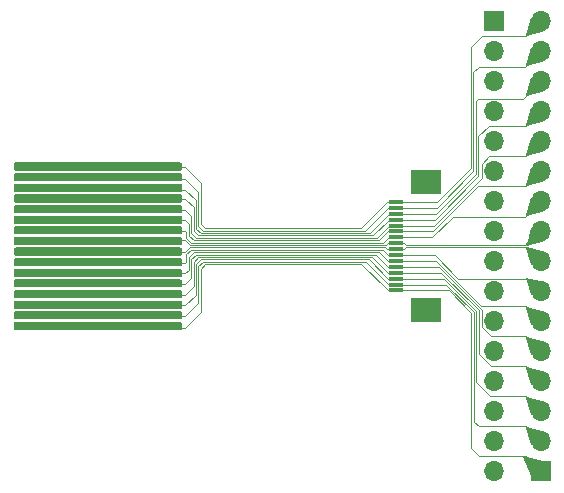
<source format=gbr>
%TF.GenerationSoftware,KiCad,Pcbnew,8.0.8-8.0.8-0~ubuntu24.04.1*%
%TF.CreationDate,2025-02-27T17:22:47+00:00*%
%TF.ProjectId,customSquare16x16mini,63757374-6f6d-4537-9175-617265313678,rev?*%
%TF.SameCoordinates,Original*%
%TF.FileFunction,Copper,L1,Top*%
%TF.FilePolarity,Positive*%
%FSLAX46Y46*%
G04 Gerber Fmt 4.6, Leading zero omitted, Abs format (unit mm)*
G04 Created by KiCad (PCBNEW 8.0.8-8.0.8-0~ubuntu24.04.1) date 2025-02-27 17:22:47*
%MOMM*%
%LPD*%
G01*
G04 APERTURE LIST*
%TA.AperFunction,SMDPad,CuDef*%
%ADD10R,1.250000X0.300000*%
%TD*%
%TA.AperFunction,SMDPad,CuDef*%
%ADD11R,2.500000X2.000000*%
%TD*%
%TA.AperFunction,ComponentPad*%
%ADD12R,1.700000X1.700000*%
%TD*%
%TA.AperFunction,ComponentPad*%
%ADD13O,1.700000X1.700000*%
%TD*%
%TA.AperFunction,Conductor*%
%ADD14C,0.101600*%
%TD*%
G04 APERTURE END LIST*
D10*
%TO.P,FPC2,1,1*%
%TO.N,/ain0*%
X139960000Y-118500000D03*
%TO.P,FPC2,2,2*%
%TO.N,/ain1*%
X139960000Y-118000000D03*
%TO.P,FPC2,3,3*%
%TO.N,/ain2*%
X139960000Y-117500000D03*
%TO.P,FPC2,4,4*%
%TO.N,/ain3*%
X139960000Y-117000000D03*
%TO.P,FPC2,5,5*%
%TO.N,/ain4*%
X139960000Y-116500000D03*
%TO.P,FPC2,6,6*%
%TO.N,/ain5*%
X139960000Y-116000000D03*
%TO.P,FPC2,7,7*%
%TO.N,/ain6*%
X139960000Y-115500000D03*
%TO.P,FPC2,8,8*%
%TO.N,/ain7*%
X139960000Y-115000000D03*
%TO.P,FPC2,9,9*%
%TO.N,/ain8*%
X139960000Y-114500000D03*
%TO.P,FPC2,10,10*%
%TO.N,/ain9*%
X139960000Y-114000000D03*
%TO.P,FPC2,11,11*%
%TO.N,/ain10*%
X139960000Y-113500000D03*
%TO.P,FPC2,12,12*%
%TO.N,/ain11*%
X139960000Y-113000000D03*
%TO.P,FPC2,13,13*%
%TO.N,/ain12*%
X139960000Y-112500000D03*
%TO.P,FPC2,14,14*%
%TO.N,/ain13*%
X139960000Y-112000000D03*
%TO.P,FPC2,15,15*%
%TO.N,/ain14*%
X139960000Y-111500000D03*
%TO.P,FPC2,16,16*%
%TO.N,/ain15*%
X139960000Y-111000000D03*
D11*
%TO.P,FPC2,17,17*%
%TO.N,unconnected-(FPC2-Pad17)*%
X142540000Y-109310000D03*
%TO.P,FPC2,18,18*%
%TO.N,unconnected-(FPC2-Pad18)*%
X142540000Y-120190000D03*
%TD*%
D12*
%TO.P,J1,1,Pin_1*%
%TO.N,/out0*%
X148250000Y-95700000D03*
D13*
%TO.P,J1,2,Pin_2*%
%TO.N,/out1*%
X148250000Y-98240000D03*
%TO.P,J1,3,Pin_3*%
%TO.N,/out2*%
X148250000Y-100780000D03*
%TO.P,J1,4,Pin_4*%
%TO.N,/out3*%
X148250000Y-103320000D03*
%TO.P,J1,5,Pin_5*%
%TO.N,/out4*%
X148250000Y-105860000D03*
%TO.P,J1,6,Pin_6*%
%TO.N,/out5*%
X148250000Y-108400000D03*
%TO.P,J1,7,Pin_7*%
%TO.N,/out6*%
X148250000Y-110940000D03*
%TO.P,J1,8,Pin_8*%
%TO.N,/out7*%
X148250000Y-113480000D03*
%TO.P,J1,9,Pin_9*%
%TO.N,/out8*%
X148250000Y-116020000D03*
%TO.P,J1,10,Pin_10*%
%TO.N,/out9*%
X148250000Y-118560000D03*
%TO.P,J1,11,Pin_11*%
%TO.N,/out10*%
X148250000Y-121100000D03*
%TO.P,J1,12,Pin_12*%
%TO.N,/out11*%
X148250000Y-123640000D03*
%TO.P,J1,13,Pin_13*%
%TO.N,/out12*%
X148250000Y-126180000D03*
%TO.P,J1,14,Pin_14*%
%TO.N,/out13*%
X148250000Y-128720000D03*
%TO.P,J1,15,Pin_15*%
%TO.N,/out14*%
X148250000Y-131260000D03*
%TO.P,J1,16,Pin_16*%
%TO.N,/out15*%
X148250000Y-133800000D03*
%TD*%
D12*
%TO.P,J2,1,Pin_1*%
%TO.N,/ain0*%
X152250000Y-133800000D03*
D13*
%TO.P,J2,2,Pin_2*%
%TO.N,/ain1*%
X152250000Y-131260000D03*
%TO.P,J2,3,Pin_3*%
%TO.N,/ain2*%
X152250000Y-128720000D03*
%TO.P,J2,4,Pin_4*%
%TO.N,/ain3*%
X152250000Y-126180000D03*
%TO.P,J2,5,Pin_5*%
%TO.N,/ain4*%
X152250000Y-123640000D03*
%TO.P,J2,6,Pin_6*%
%TO.N,/ain5*%
X152250000Y-121100000D03*
%TO.P,J2,7,Pin_7*%
%TO.N,/ain6*%
X152250000Y-118560000D03*
%TO.P,J2,8,Pin_8*%
%TO.N,/ain7*%
X152250000Y-116020000D03*
%TO.P,J2,9,Pin_9*%
%TO.N,/ain8*%
X152250000Y-113480000D03*
%TO.P,J2,10,Pin_10*%
%TO.N,/ain9*%
X152250000Y-110940000D03*
%TO.P,J2,11,Pin_11*%
%TO.N,/ain10*%
X152250000Y-108400000D03*
%TO.P,J2,12,Pin_12*%
%TO.N,/ain11*%
X152250000Y-105860000D03*
%TO.P,J2,13,Pin_13*%
%TO.N,/ain12*%
X152250000Y-103320000D03*
%TO.P,J2,14,Pin_14*%
%TO.N,/ain13*%
X152250000Y-100780000D03*
%TO.P,J2,15,Pin_15*%
%TO.N,/ain14*%
X152250000Y-98240000D03*
%TO.P,J2,16,Pin_16*%
%TO.N,/ain15*%
X152250000Y-95700000D03*
%TD*%
D14*
%TO.N,/ain8*%
X140700001Y-114500000D02*
X139960000Y-114500000D01*
X122548401Y-114648400D02*
X122150001Y-114250000D01*
X140850001Y-114650000D02*
X140700001Y-114500000D01*
X122150001Y-114250000D02*
X121550001Y-114250000D01*
X140000000Y-114500000D02*
X139299264Y-114500000D01*
X151080000Y-114650000D02*
X140850001Y-114650000D01*
X139299264Y-114500000D02*
X139150864Y-114648400D01*
X139150864Y-114648400D02*
X122548401Y-114648400D01*
X152250000Y-113480000D02*
X151080000Y-114650000D01*
%TO.N,/ain4*%
X143600001Y-116500000D02*
X139960000Y-116500000D01*
X122653201Y-115850000D02*
X122653201Y-117446800D01*
X152250000Y-123640000D02*
X150960000Y-122350000D01*
X139350736Y-116500000D02*
X138305536Y-115454800D01*
X138305536Y-115454800D02*
X123048401Y-115454800D01*
X150960000Y-122350000D02*
X148015075Y-122350000D01*
X123048401Y-115454800D02*
X122653201Y-115850000D01*
X147249200Y-120149199D02*
X143600001Y-116500000D01*
X122150001Y-117950000D02*
X121550001Y-117950000D01*
X148015075Y-122350000D02*
X147249200Y-121584125D01*
X122653201Y-117446800D02*
X122150001Y-117950000D01*
X147249200Y-121584125D02*
X147249200Y-120149199D01*
X139950000Y-116500000D02*
X139350736Y-116500000D01*
%TO.N,/ain11*%
X147900000Y-107100000D02*
X147249200Y-107750800D01*
X139400736Y-113000000D02*
X138357136Y-114043600D01*
X138357136Y-114043600D02*
X123050001Y-114043600D01*
X123050001Y-114043600D02*
X122653201Y-113646800D01*
X151034925Y-107100000D02*
X147900000Y-107100000D01*
X143197056Y-113000000D02*
X139960000Y-113000000D01*
X140000000Y-113000000D02*
X139400736Y-113000000D01*
X152250000Y-105884925D02*
X151034925Y-107100000D01*
X122653201Y-113646800D02*
X122653201Y-112153200D01*
X147249200Y-107750800D02*
X147249200Y-108947856D01*
X152250000Y-105860000D02*
X152250000Y-105884925D01*
X122653201Y-112153200D02*
X122150001Y-111650000D01*
X147249200Y-108947856D02*
X143197056Y-113000000D01*
X122150001Y-111650000D02*
X121550001Y-111650000D01*
%TO.N,/ain14*%
X122150001Y-109050000D02*
X121550001Y-109050000D01*
X137361200Y-113438800D02*
X123638801Y-113438800D01*
X123638801Y-113438800D02*
X123258001Y-113058000D01*
X123258001Y-113058000D02*
X123258001Y-110158000D01*
X147000000Y-99550000D02*
X146546800Y-100003200D01*
X152250000Y-98240000D02*
X150940000Y-99550000D01*
X150940000Y-99550000D02*
X147000000Y-99550000D01*
X143424264Y-111500000D02*
X139960000Y-111500000D01*
X123258001Y-110158000D02*
X122150001Y-109050000D01*
X146546800Y-100003200D02*
X146546800Y-108377464D01*
X146546800Y-108377464D02*
X143424264Y-111500000D01*
X140000000Y-111500000D02*
X139300000Y-111500000D01*
X139300000Y-111500000D02*
X137361200Y-113438800D01*
%TO.N,/ain12*%
X123242001Y-113842000D02*
X122854801Y-113454800D01*
X146950000Y-105450000D02*
X146950000Y-108822792D01*
X138048000Y-113842000D02*
X123242001Y-113842000D01*
X140000000Y-112500000D02*
X139390000Y-112500000D01*
X147850000Y-104550000D02*
X146950000Y-105450000D01*
X146950000Y-108822792D02*
X143272792Y-112500000D01*
X122157448Y-110750000D02*
X121550001Y-110750000D01*
X151020000Y-104550000D02*
X147850000Y-104550000D01*
X152250000Y-103320000D02*
X151020000Y-104550000D01*
X122854801Y-113454800D02*
X122854801Y-111447353D01*
X143272792Y-112500000D02*
X139960000Y-112500000D01*
X139390000Y-112500000D02*
X138048000Y-113842000D01*
X122854801Y-111447353D02*
X122157448Y-110750000D01*
%TO.N,/ain6*%
X152250000Y-118560000D02*
X151200000Y-117510000D01*
X122150001Y-116150000D02*
X121550001Y-116150000D01*
X145260000Y-117510000D02*
X143250000Y-115500000D01*
X151200000Y-117510000D02*
X145260000Y-117510000D01*
X138876600Y-115051600D02*
X122633507Y-115051600D01*
X143250000Y-115500000D02*
X139960000Y-115500000D01*
X122633507Y-115051600D02*
X122250001Y-115435106D01*
X122250001Y-116050000D02*
X122150001Y-116150000D01*
X139325000Y-115500000D02*
X138876600Y-115051600D01*
X139950000Y-115500000D02*
X139325000Y-115500000D01*
X122250001Y-115435106D02*
X122250001Y-116050000D01*
%TO.N,/ain13*%
X123440401Y-113640400D02*
X123056401Y-113256400D01*
X146748400Y-108600128D02*
X146748400Y-102426600D01*
X146905000Y-102270000D02*
X150760000Y-102270000D01*
X143348528Y-112000000D02*
X146748400Y-108600128D01*
X139390000Y-112000000D02*
X137749600Y-113640400D01*
X146748400Y-102426600D02*
X146905000Y-102270000D01*
X150760000Y-102270000D02*
X152250000Y-100780000D01*
X137749600Y-113640400D02*
X123440401Y-113640400D01*
X123056401Y-110856400D02*
X122150001Y-109950000D01*
X123056401Y-113256400D02*
X123056401Y-110856400D01*
X139960000Y-112000000D02*
X143348528Y-112000000D01*
X122150001Y-109950000D02*
X121550001Y-109950000D01*
X140000000Y-112000000D02*
X139390000Y-112000000D01*
%TO.N,/ain10*%
X138579800Y-114245200D02*
X122850001Y-114245200D01*
X146971320Y-109650000D02*
X143121320Y-113500000D01*
X140000000Y-113500000D02*
X139325000Y-113500000D01*
X122451601Y-112851600D02*
X122150001Y-112550000D01*
X122451601Y-113846800D02*
X122451601Y-112851600D01*
X122850001Y-114245200D02*
X122451601Y-113846800D01*
X139325000Y-113500000D02*
X138579800Y-114245200D01*
X152250000Y-108400000D02*
X151000000Y-109650000D01*
X151000000Y-109650000D02*
X146971320Y-109650000D01*
X143121320Y-113500000D02*
X139960000Y-113500000D01*
X122150001Y-112550000D02*
X121550001Y-112550000D01*
%TO.N,/ain9*%
X138928200Y-114446800D02*
X122646801Y-114446800D01*
X143045584Y-114000000D02*
X139960000Y-114000000D01*
X140000000Y-114000000D02*
X139375000Y-114000000D01*
X122646801Y-114446800D02*
X122250001Y-114050000D01*
X122250001Y-113550000D02*
X122150001Y-113450000D01*
X122150001Y-113450000D02*
X121550001Y-113450000D01*
X150940000Y-112250000D02*
X144795584Y-112250000D01*
X139375000Y-114000000D02*
X138928200Y-114446800D01*
X122250001Y-114050000D02*
X122250001Y-113550000D01*
X144795584Y-112250000D02*
X143045584Y-114000000D01*
X152250000Y-110940000D02*
X150940000Y-112250000D01*
%TO.N,/ain0*%
X137061201Y-116261200D02*
X123848401Y-116261200D01*
X139300001Y-118500000D02*
X137061201Y-116261200D01*
X123459601Y-116650000D02*
X123459601Y-120340400D01*
X122150001Y-121650000D02*
X121550001Y-121650000D01*
X146370200Y-131845200D02*
X146370200Y-120410623D01*
X150975000Y-132525000D02*
X147050000Y-132525000D01*
X123848401Y-116261200D02*
X123459601Y-116650000D01*
X144459577Y-118500000D02*
X139960000Y-118500000D01*
X139950000Y-118500000D02*
X139300001Y-118500000D01*
X147050000Y-132525000D02*
X146370200Y-131845200D01*
X152250000Y-133800000D02*
X150975000Y-132525000D01*
X146370200Y-120410623D02*
X144459577Y-118500000D01*
X123459601Y-120340400D02*
X122150001Y-121650000D01*
%TO.N,/ain1*%
X123648401Y-116059600D02*
X123258001Y-116450000D01*
X139960000Y-118000000D02*
X144244683Y-118000000D01*
X150990000Y-130000000D02*
X152250000Y-131260000D01*
X122150001Y-120650000D02*
X121550001Y-120650000D01*
X123258001Y-119542000D02*
X122150001Y-120650000D01*
X139400001Y-118000000D02*
X137459601Y-116059600D01*
X146975000Y-130000000D02*
X150990000Y-130000000D01*
X146571800Y-120327117D02*
X146571800Y-129596800D01*
X146571800Y-129596800D02*
X146975000Y-130000000D01*
X144244683Y-118000000D02*
X146571800Y-120327117D01*
X123258001Y-116450000D02*
X123258001Y-119542000D01*
X139950000Y-118000000D02*
X139400001Y-118000000D01*
X137459601Y-116059600D02*
X123648401Y-116059600D01*
%TO.N,/ain2*%
X139340000Y-117500000D02*
X137698000Y-115858000D01*
X122150001Y-119750000D02*
X121550001Y-119750000D01*
X146773400Y-126273400D02*
X146773400Y-120243611D01*
X152250000Y-128720000D02*
X151005000Y-127475000D01*
X147975000Y-127475000D02*
X146773400Y-126273400D01*
X151005000Y-127475000D02*
X147975000Y-127475000D01*
X123056401Y-118843600D02*
X122150001Y-119750000D01*
X123448401Y-115858000D02*
X123056401Y-116250000D01*
X123056401Y-116250000D02*
X123056401Y-118843600D01*
X137698000Y-115858000D02*
X123448401Y-115858000D01*
X146773400Y-120243611D02*
X144029789Y-117500000D01*
X139950000Y-117500000D02*
X139340000Y-117500000D01*
X144029789Y-117500000D02*
X139960000Y-117500000D01*
%TO.N,/ain7*%
X139249264Y-115000000D02*
X139099264Y-114850000D01*
X122550001Y-114850000D02*
X122150001Y-115250000D01*
X139950000Y-115000000D02*
X139249264Y-115000000D01*
X140848401Y-114851600D02*
X140700001Y-115000000D01*
X122150001Y-115250000D02*
X121550001Y-115250000D01*
X139099264Y-114850000D02*
X122550001Y-114850000D01*
X151081600Y-114851600D02*
X140848401Y-114851600D01*
X152250000Y-116020000D02*
X151081600Y-114851600D01*
X140700001Y-115000000D02*
X139960000Y-115000000D01*
%TO.N,/ain5*%
X152250000Y-121100000D02*
X150975000Y-119825000D01*
X139950000Y-116000000D02*
X139275000Y-116000000D01*
X143400001Y-116000000D02*
X139960000Y-116000000D01*
X138528200Y-115253200D02*
X122848401Y-115253200D01*
X150975000Y-119825000D02*
X147225001Y-119825000D01*
X122451601Y-116763294D02*
X122164895Y-117050000D01*
X147225001Y-119825000D02*
X143400001Y-116000000D01*
X122164895Y-117050000D02*
X121550001Y-117050000D01*
X139275000Y-116000000D02*
X138528200Y-115253200D01*
X122451601Y-115650000D02*
X122451601Y-116763294D01*
X122848401Y-115253200D02*
X122451601Y-115650000D01*
%TO.N,/ain15*%
X147275000Y-96925000D02*
X151025000Y-96925000D01*
X146345200Y-97854800D02*
X147275000Y-96925000D01*
X123837201Y-113237200D02*
X123459601Y-112859600D01*
X146345200Y-108154800D02*
X146345200Y-97854800D01*
X122150001Y-108050000D02*
X121550001Y-108050000D01*
X151025000Y-96925000D02*
X152250000Y-95700000D01*
X143500000Y-111000000D02*
X146345200Y-108154800D01*
X140000000Y-111000000D02*
X139250000Y-111000000D01*
X123459601Y-109359600D02*
X122150001Y-108050000D01*
X123459601Y-112859600D02*
X123459601Y-109359600D01*
X139960000Y-111000000D02*
X143500000Y-111000000D01*
X139250000Y-111000000D02*
X137012800Y-113237200D01*
X137012800Y-113237200D02*
X123837201Y-113237200D01*
%TO.N,/ain3*%
X123248401Y-115656400D02*
X122854801Y-116050000D01*
X150995000Y-124925000D02*
X148050075Y-124925000D01*
X122854801Y-118145200D02*
X122150001Y-118850000D01*
X143814895Y-117000000D02*
X139960000Y-117000000D01*
X146975000Y-123849925D02*
X146975000Y-120160105D01*
X139340000Y-117000000D02*
X137996400Y-115656400D01*
X152250000Y-126180000D02*
X150995000Y-124925000D01*
X139950000Y-117000000D02*
X139340000Y-117000000D01*
X122854801Y-116050000D02*
X122854801Y-118145200D01*
X122150001Y-118850000D02*
X121550001Y-118850000D01*
X137996400Y-115656400D02*
X123248401Y-115656400D01*
X148050075Y-124925000D02*
X146975000Y-123849925D01*
X146975000Y-120160105D02*
X143814895Y-117000000D01*
%TD*%
%TA.AperFunction,Conductor*%
%TO.N,/ain7*%
G36*
X121793040Y-114875185D02*
G01*
X121838795Y-114927989D01*
X121850001Y-114979500D01*
X121850001Y-115420499D01*
X121830316Y-115487538D01*
X121777512Y-115533293D01*
X121726001Y-115544499D01*
X107774000Y-115544499D01*
X107706961Y-115524814D01*
X107661206Y-115472010D01*
X107650000Y-115420499D01*
X107650000Y-114979500D01*
X107669685Y-114912461D01*
X107722489Y-114866706D01*
X107774000Y-114855500D01*
X121726001Y-114855500D01*
X121793040Y-114875185D01*
G37*
%TD.AperFunction*%
%TD*%
%TA.AperFunction,Conductor*%
%TO.N,/ain1*%
G36*
X121793040Y-120275185D02*
G01*
X121838795Y-120327989D01*
X121850001Y-120379500D01*
X121850001Y-120820500D01*
X121830316Y-120887539D01*
X121777512Y-120933294D01*
X121726001Y-120944500D01*
X107774000Y-120944500D01*
X107706961Y-120924815D01*
X107661206Y-120872011D01*
X107650000Y-120820500D01*
X107650001Y-120379500D01*
X107669686Y-120312460D01*
X107722490Y-120266706D01*
X107774001Y-120255500D01*
X121726001Y-120255500D01*
X121793040Y-120275185D01*
G37*
%TD.AperFunction*%
%TD*%
%TA.AperFunction,Conductor*%
%TO.N,/ain14*%
G36*
X121793041Y-108575185D02*
G01*
X121838796Y-108627989D01*
X121850002Y-108679500D01*
X121850001Y-109120500D01*
X121830316Y-109187540D01*
X121777512Y-109233294D01*
X121726001Y-109244500D01*
X107774000Y-109244500D01*
X107706961Y-109224815D01*
X107661206Y-109172011D01*
X107650000Y-109120500D01*
X107650001Y-108679500D01*
X107669686Y-108612460D01*
X107722490Y-108566706D01*
X107774001Y-108555500D01*
X121726002Y-108555500D01*
X121793041Y-108575185D01*
G37*
%TD.AperFunction*%
%TD*%
%TA.AperFunction,Conductor*%
%TO.N,/ain8*%
G36*
X121793041Y-113975185D02*
G01*
X121838796Y-114027989D01*
X121850002Y-114079500D01*
X121850001Y-114526000D01*
X121830316Y-114593040D01*
X121777512Y-114638794D01*
X121726001Y-114650000D01*
X107774000Y-114650000D01*
X107706961Y-114630315D01*
X107661206Y-114577511D01*
X107650000Y-114526000D01*
X107650001Y-114079500D01*
X107669686Y-114012460D01*
X107722490Y-113966706D01*
X107774001Y-113955500D01*
X121726002Y-113955500D01*
X121793041Y-113975185D01*
G37*
%TD.AperFunction*%
%TD*%
%TA.AperFunction,Conductor*%
%TO.N,/ain2*%
G36*
X121793040Y-119375185D02*
G01*
X121838795Y-119427989D01*
X121850001Y-119479500D01*
X121850001Y-119926000D01*
X121830316Y-119993039D01*
X121777512Y-120038794D01*
X121726001Y-120050000D01*
X107774000Y-120050000D01*
X107706961Y-120030315D01*
X107661206Y-119977511D01*
X107650000Y-119926000D01*
X107650001Y-119479500D01*
X107669686Y-119412460D01*
X107722490Y-119366706D01*
X107774001Y-119355500D01*
X121726001Y-119355500D01*
X121793040Y-119375185D01*
G37*
%TD.AperFunction*%
%TD*%
%TA.AperFunction,Conductor*%
%TO.N,/ain15*%
G36*
X121793040Y-107669686D02*
G01*
X121838795Y-107722490D01*
X121850001Y-107774001D01*
X121850001Y-108226000D01*
X121830316Y-108293039D01*
X121777512Y-108338794D01*
X121726001Y-108350000D01*
X107774001Y-108350000D01*
X107706962Y-108330315D01*
X107661207Y-108277511D01*
X107650001Y-108226000D01*
X107650001Y-107774001D01*
X107669686Y-107706962D01*
X107722490Y-107661207D01*
X107774001Y-107650001D01*
X121726001Y-107650001D01*
X121793040Y-107669686D01*
G37*
%TD.AperFunction*%
%TD*%
%TA.AperFunction,Conductor*%
%TO.N,/ain13*%
G36*
X121793040Y-109469685D02*
G01*
X121838795Y-109522489D01*
X121850001Y-109574000D01*
X121850001Y-110020500D01*
X121830316Y-110087539D01*
X121777512Y-110133294D01*
X121726001Y-110144500D01*
X107774001Y-110144500D01*
X107706962Y-110124815D01*
X107661207Y-110072011D01*
X107650001Y-110020500D01*
X107650000Y-109574000D01*
X107669684Y-109506961D01*
X107722488Y-109461206D01*
X107774000Y-109450000D01*
X121726001Y-109450000D01*
X121793040Y-109469685D01*
G37*
%TD.AperFunction*%
%TD*%
%TA.AperFunction,Conductor*%
%TO.N,/ain5*%
G36*
X121793040Y-116675185D02*
G01*
X121838795Y-116727989D01*
X121850001Y-116779500D01*
X121850001Y-117220500D01*
X121830316Y-117287539D01*
X121777512Y-117333294D01*
X121726001Y-117344500D01*
X107774001Y-117344500D01*
X107706962Y-117324815D01*
X107661207Y-117272011D01*
X107650001Y-117220500D01*
X107650001Y-116779500D01*
X107669686Y-116712461D01*
X107722490Y-116666706D01*
X107774001Y-116655500D01*
X121726001Y-116655500D01*
X121793040Y-116675185D01*
G37*
%TD.AperFunction*%
%TD*%
%TA.AperFunction,Conductor*%
%TO.N,/ain9*%
G36*
X121793040Y-113075185D02*
G01*
X121838795Y-113127989D01*
X121850001Y-113179500D01*
X121850002Y-113626000D01*
X121830318Y-113693039D01*
X121777514Y-113738794D01*
X121726002Y-113750000D01*
X107774001Y-113750000D01*
X107706962Y-113730315D01*
X107661207Y-113677511D01*
X107650001Y-113626000D01*
X107650001Y-113179500D01*
X107669686Y-113112461D01*
X107722490Y-113066706D01*
X107774001Y-113055500D01*
X121726001Y-113055500D01*
X121793040Y-113075185D01*
G37*
%TD.AperFunction*%
%TD*%
%TA.AperFunction,Conductor*%
%TO.N,/ain6*%
G36*
X121793040Y-115769684D02*
G01*
X121838795Y-115822488D01*
X121850001Y-115873999D01*
X121850001Y-116326000D01*
X121830316Y-116393039D01*
X121777512Y-116438794D01*
X121726001Y-116450000D01*
X107774001Y-116450000D01*
X107706962Y-116430315D01*
X107661207Y-116377511D01*
X107650001Y-116326000D01*
X107650000Y-115873999D01*
X107669684Y-115806960D01*
X107722488Y-115761205D01*
X107773999Y-115749999D01*
X121726004Y-115749999D01*
X121793040Y-115769684D01*
G37*
%TD.AperFunction*%
%TD*%
%TA.AperFunction,Conductor*%
%TO.N,/ain10*%
G36*
X121793040Y-112175185D02*
G01*
X121838795Y-112227989D01*
X121850001Y-112279500D01*
X121850001Y-112726000D01*
X121830316Y-112793039D01*
X121777512Y-112838794D01*
X121726001Y-112850000D01*
X107774001Y-112850000D01*
X107706962Y-112830315D01*
X107661207Y-112777511D01*
X107650001Y-112726000D01*
X107650001Y-112279500D01*
X107669686Y-112212461D01*
X107722490Y-112166706D01*
X107774001Y-112155500D01*
X121726001Y-112155500D01*
X121793040Y-112175185D01*
G37*
%TD.AperFunction*%
%TD*%
%TA.AperFunction,Conductor*%
%TO.N,/ain4*%
G36*
X121793040Y-117569685D02*
G01*
X121838795Y-117622489D01*
X121850001Y-117674000D01*
X121850001Y-118120499D01*
X121830316Y-118187538D01*
X121777512Y-118233293D01*
X121726001Y-118244499D01*
X107774001Y-118244499D01*
X107706962Y-118224814D01*
X107661207Y-118172010D01*
X107650001Y-118120499D01*
X107650001Y-117674000D01*
X107669686Y-117606961D01*
X107722490Y-117561206D01*
X107774001Y-117550000D01*
X121726001Y-117550000D01*
X121793040Y-117569685D01*
G37*
%TD.AperFunction*%
%TD*%
%TA.AperFunction,Conductor*%
%TO.N,/ain11*%
G36*
X121793040Y-111275185D02*
G01*
X121838795Y-111327989D01*
X121850001Y-111379500D01*
X121850001Y-111826000D01*
X121830316Y-111893039D01*
X121777512Y-111938794D01*
X121726001Y-111950000D01*
X107774001Y-111950000D01*
X107706962Y-111930315D01*
X107661207Y-111877511D01*
X107650001Y-111826000D01*
X107650001Y-111379500D01*
X107669686Y-111312461D01*
X107722490Y-111266706D01*
X107774001Y-111255500D01*
X121726001Y-111255500D01*
X121793040Y-111275185D01*
G37*
%TD.AperFunction*%
%TD*%
%TA.AperFunction,Conductor*%
%TO.N,/ain12*%
G36*
X121793040Y-110369685D02*
G01*
X121838795Y-110422489D01*
X121850001Y-110474000D01*
X121850001Y-110926000D01*
X121830316Y-110993039D01*
X121777512Y-111038794D01*
X121726001Y-111050000D01*
X107774000Y-111050000D01*
X107706961Y-111030315D01*
X107661206Y-110977511D01*
X107650000Y-110926000D01*
X107650000Y-110474000D01*
X107669685Y-110406961D01*
X107722489Y-110361206D01*
X107774000Y-110350000D01*
X121726001Y-110350000D01*
X121793040Y-110369685D01*
G37*
%TD.AperFunction*%
%TD*%
%TA.AperFunction,Conductor*%
%TO.N,/ain0*%
G36*
X121793040Y-121169685D02*
G01*
X121838795Y-121222489D01*
X121850001Y-121274000D01*
X121850001Y-121726000D01*
X121830316Y-121793039D01*
X121777512Y-121838794D01*
X121726001Y-121850000D01*
X107774001Y-121850000D01*
X107706962Y-121830315D01*
X107661207Y-121777511D01*
X107650001Y-121726000D01*
X107650001Y-121274000D01*
X107669686Y-121206961D01*
X107722490Y-121161206D01*
X107774001Y-121150000D01*
X121726001Y-121150000D01*
X121793040Y-121169685D01*
G37*
%TD.AperFunction*%
%TD*%
%TA.AperFunction,Conductor*%
%TO.N,/ain3*%
G36*
X121793040Y-118469684D02*
G01*
X121838795Y-118522488D01*
X121850001Y-118573999D01*
X121850002Y-119026000D01*
X121830318Y-119093039D01*
X121777514Y-119138794D01*
X121726002Y-119150000D01*
X107774001Y-119150000D01*
X107706962Y-119130315D01*
X107661207Y-119077511D01*
X107650001Y-119026000D01*
X107650001Y-118573999D01*
X107669686Y-118506960D01*
X107722490Y-118461205D01*
X107773996Y-118449999D01*
X121726001Y-118449999D01*
X121793040Y-118469684D01*
G37*
%TD.AperFunction*%
%TD*%
%TA.AperFunction,Conductor*%
%TO.N,/ain8*%
G36*
X151476680Y-113159674D02*
G01*
X152246512Y-113478143D01*
X152252846Y-113484472D01*
X152252853Y-113484488D01*
X152570263Y-114253148D01*
X152570254Y-114262103D01*
X152563915Y-114268428D01*
X152562632Y-114268873D01*
X151049512Y-114696593D01*
X151040618Y-114695546D01*
X151035070Y-114688517D01*
X151034629Y-114685334D01*
X151034629Y-114600906D01*
X151035115Y-114597567D01*
X151133112Y-114268428D01*
X151461001Y-113167148D01*
X151466647Y-113160198D01*
X151475554Y-113159274D01*
X151476680Y-113159674D01*
G37*
%TD.AperFunction*%
%TD*%
%TA.AperFunction,Conductor*%
%TO.N,/ain4*%
G36*
X151090550Y-122404035D02*
G01*
X152562943Y-122850957D01*
X152569864Y-122856639D01*
X152570741Y-122865551D01*
X152570359Y-122866619D01*
X152252562Y-123636214D01*
X152246237Y-123642553D01*
X152246214Y-123642562D01*
X151476619Y-123960359D01*
X151467664Y-123960350D01*
X151461339Y-123954011D01*
X151460957Y-123952943D01*
X151014035Y-122480550D01*
X151014912Y-122471638D01*
X151016955Y-122468882D01*
X151078880Y-122406957D01*
X151087152Y-122403531D01*
X151090550Y-122404035D01*
G37*
%TD.AperFunction*%
%TD*%
%TA.AperFunction,Conductor*%
%TO.N,/ain11*%
G36*
X151476742Y-105539690D02*
G01*
X152246215Y-105857438D01*
X152252552Y-105863761D01*
X152252562Y-105863785D01*
X152570403Y-106633487D01*
X152570394Y-106642442D01*
X152564055Y-106648767D01*
X152563088Y-106649118D01*
X151105542Y-107105867D01*
X151096622Y-107105071D01*
X151093770Y-107102975D01*
X151031836Y-107041041D01*
X151028409Y-107032768D01*
X151028875Y-107029501D01*
X151461053Y-105547232D01*
X151466658Y-105540250D01*
X151475560Y-105539276D01*
X151476742Y-105539690D01*
G37*
%TD.AperFunction*%
%TD*%
%TA.AperFunction,Conductor*%
%TO.N,/ain14*%
G36*
X151476618Y-97919639D02*
G01*
X152246215Y-98237438D01*
X152252552Y-98243761D01*
X152252562Y-98243785D01*
X152570359Y-99013380D01*
X152570350Y-99022335D01*
X152564011Y-99028660D01*
X152562943Y-99029042D01*
X151090550Y-99475964D01*
X151081638Y-99475087D01*
X151078879Y-99473041D01*
X151016958Y-99411120D01*
X151013531Y-99402847D01*
X151014035Y-99399449D01*
X151364826Y-98243762D01*
X151460957Y-97927055D01*
X151466639Y-97920135D01*
X151475551Y-97919258D01*
X151476618Y-97919639D01*
G37*
%TD.AperFunction*%
%TD*%
%TA.AperFunction,Conductor*%
%TO.N,/ain12*%
G36*
X151476618Y-102999639D02*
G01*
X152246215Y-103317438D01*
X152252552Y-103323761D01*
X152252562Y-103323785D01*
X152570359Y-104093380D01*
X152570350Y-104102335D01*
X152564011Y-104108660D01*
X152562943Y-104109042D01*
X151090550Y-104555964D01*
X151081638Y-104555087D01*
X151078879Y-104553041D01*
X151016958Y-104491120D01*
X151013531Y-104482847D01*
X151014035Y-104479449D01*
X151364826Y-103323762D01*
X151460957Y-103007055D01*
X151466639Y-103000135D01*
X151475551Y-102999258D01*
X151476618Y-102999639D01*
G37*
%TD.AperFunction*%
%TD*%
%TA.AperFunction,Conductor*%
%TO.N,/ain6*%
G36*
X150998892Y-117461969D02*
G01*
X152240587Y-117708133D01*
X152248035Y-117713104D01*
X152250011Y-117719596D01*
X152250990Y-118552168D01*
X152247573Y-118560445D01*
X152243763Y-118562993D01*
X151476008Y-118880603D01*
X151467053Y-118880599D01*
X151460724Y-118874265D01*
X151460545Y-118873806D01*
X151042445Y-117719596D01*
X150985622Y-117562729D01*
X150984923Y-117558744D01*
X150984923Y-117473447D01*
X150988350Y-117465174D01*
X150996623Y-117461747D01*
X150998892Y-117461969D01*
G37*
%TD.AperFunction*%
%TD*%
%TA.AperFunction,Conductor*%
%TO.N,/ain13*%
G36*
X151476618Y-100459639D02*
G01*
X152246215Y-100777438D01*
X152252552Y-100783761D01*
X152252562Y-100783785D01*
X152570359Y-101553380D01*
X152570350Y-101562335D01*
X152564011Y-101568660D01*
X152562943Y-101569042D01*
X151090550Y-102015964D01*
X151081638Y-102015087D01*
X151078879Y-102013041D01*
X151016958Y-101951120D01*
X151013531Y-101942847D01*
X151014035Y-101939449D01*
X151364826Y-100783762D01*
X151460957Y-100467055D01*
X151466639Y-100460135D01*
X151475551Y-100459258D01*
X151476618Y-100459639D01*
G37*
%TD.AperFunction*%
%TD*%
%TA.AperFunction,Conductor*%
%TO.N,/ain10*%
G36*
X151476618Y-108079639D02*
G01*
X152246215Y-108397438D01*
X152252552Y-108403761D01*
X152252562Y-108403785D01*
X152570359Y-109173380D01*
X152570350Y-109182335D01*
X152564011Y-109188660D01*
X152562943Y-109189042D01*
X151090550Y-109635964D01*
X151081638Y-109635087D01*
X151078879Y-109633041D01*
X151016958Y-109571120D01*
X151013531Y-109562847D01*
X151014035Y-109559449D01*
X151364826Y-108403762D01*
X151460957Y-108087055D01*
X151466639Y-108080135D01*
X151475551Y-108079258D01*
X151476618Y-108079639D01*
G37*
%TD.AperFunction*%
%TD*%
%TA.AperFunction,Conductor*%
%TO.N,/ain9*%
G36*
X151476618Y-110619639D02*
G01*
X152246215Y-110937438D01*
X152252552Y-110943761D01*
X152252562Y-110943785D01*
X152570359Y-111713380D01*
X152570350Y-111722335D01*
X152564011Y-111728660D01*
X152562943Y-111729042D01*
X151090550Y-112175964D01*
X151081638Y-112175087D01*
X151078879Y-112173041D01*
X151016958Y-112111120D01*
X151013531Y-112102847D01*
X151014035Y-112099449D01*
X151364826Y-110943762D01*
X151460957Y-110627055D01*
X151466639Y-110620135D01*
X151475551Y-110619258D01*
X151476618Y-110619639D01*
G37*
%TD.AperFunction*%
%TD*%
%TA.AperFunction,Conductor*%
%TO.N,/ain0*%
G36*
X150740672Y-132477997D02*
G01*
X152414115Y-132912265D01*
X152547076Y-132946770D01*
X152554223Y-132952165D01*
X152555462Y-132961034D01*
X152555135Y-132962087D01*
X152252656Y-133795435D01*
X152246612Y-133802042D01*
X152246599Y-133802049D01*
X151411059Y-134191288D01*
X151402112Y-134191675D01*
X151395512Y-134185623D01*
X151395315Y-134185175D01*
X150726937Y-132577956D01*
X150726040Y-132573463D01*
X150726040Y-132489323D01*
X150729467Y-132481050D01*
X150737740Y-132477623D01*
X150740672Y-132477997D01*
G37*
%TD.AperFunction*%
%TD*%
%TA.AperFunction,Conductor*%
%TO.N,/ain1*%
G36*
X151090550Y-130024035D02*
G01*
X152562943Y-130470957D01*
X152569864Y-130476639D01*
X152570741Y-130485551D01*
X152570359Y-130486619D01*
X152252562Y-131256214D01*
X152246237Y-131262553D01*
X152246214Y-131262562D01*
X151476619Y-131580359D01*
X151467664Y-131580350D01*
X151461339Y-131574011D01*
X151460957Y-131572943D01*
X151014035Y-130100550D01*
X151014912Y-130091638D01*
X151016955Y-130088882D01*
X151078880Y-130026957D01*
X151087152Y-130023531D01*
X151090550Y-130024035D01*
G37*
%TD.AperFunction*%
%TD*%
%TA.AperFunction,Conductor*%
%TO.N,/ain2*%
G36*
X151090550Y-127484035D02*
G01*
X152562943Y-127930957D01*
X152569864Y-127936639D01*
X152570741Y-127945551D01*
X152570359Y-127946619D01*
X152252562Y-128716214D01*
X152246237Y-128722553D01*
X152246214Y-128722562D01*
X151476619Y-129040359D01*
X151467664Y-129040350D01*
X151461339Y-129034011D01*
X151460957Y-129032943D01*
X151014035Y-127560550D01*
X151014912Y-127551638D01*
X151016955Y-127548882D01*
X151078880Y-127486957D01*
X151087152Y-127483531D01*
X151090550Y-127484035D01*
G37*
%TD.AperFunction*%
%TD*%
%TA.AperFunction,Conductor*%
%TO.N,/ain7*%
G36*
X151048835Y-114804985D02*
G01*
X151400690Y-114904038D01*
X152562614Y-115231136D01*
X152569649Y-115236676D01*
X152570706Y-115245568D01*
X152570258Y-115246864D01*
X152252853Y-116015511D01*
X152246528Y-116021850D01*
X152246512Y-116021856D01*
X151476678Y-116340326D01*
X151467723Y-116340322D01*
X151461394Y-116333988D01*
X151460997Y-116332872D01*
X151034455Y-114904038D01*
X151033966Y-114900691D01*
X151033966Y-114816248D01*
X151037393Y-114807975D01*
X151045666Y-114804548D01*
X151048835Y-114804985D01*
G37*
%TD.AperFunction*%
%TD*%
%TA.AperFunction,Conductor*%
%TO.N,/ain5*%
G36*
X151090550Y-119864035D02*
G01*
X152562943Y-120310957D01*
X152569864Y-120316639D01*
X152570741Y-120325551D01*
X152570359Y-120326619D01*
X152252562Y-121096214D01*
X152246237Y-121102553D01*
X152246214Y-121102562D01*
X151476619Y-121420359D01*
X151467664Y-121420350D01*
X151461339Y-121414011D01*
X151460957Y-121412943D01*
X151014035Y-119940550D01*
X151014912Y-119931638D01*
X151016955Y-119928882D01*
X151078880Y-119866957D01*
X151087152Y-119863531D01*
X151090550Y-119864035D01*
G37*
%TD.AperFunction*%
%TD*%
%TA.AperFunction,Conductor*%
%TO.N,/ain15*%
G36*
X151476618Y-95379639D02*
G01*
X152246215Y-95697438D01*
X152252552Y-95703761D01*
X152252562Y-95703785D01*
X152570359Y-96473380D01*
X152570350Y-96482335D01*
X152564011Y-96488660D01*
X152562943Y-96489042D01*
X151090550Y-96935964D01*
X151081638Y-96935087D01*
X151078879Y-96933041D01*
X151016958Y-96871120D01*
X151013531Y-96862847D01*
X151014035Y-96859449D01*
X151364826Y-95703762D01*
X151460957Y-95387055D01*
X151466639Y-95380135D01*
X151475551Y-95379258D01*
X151476618Y-95379639D01*
G37*
%TD.AperFunction*%
%TD*%
%TA.AperFunction,Conductor*%
%TO.N,/ain3*%
G36*
X151090550Y-124944035D02*
G01*
X152562943Y-125390957D01*
X152569864Y-125396639D01*
X152570741Y-125405551D01*
X152570359Y-125406619D01*
X152252562Y-126176214D01*
X152246237Y-126182553D01*
X152246214Y-126182562D01*
X151476619Y-126500359D01*
X151467664Y-126500350D01*
X151461339Y-126494011D01*
X151460957Y-126492943D01*
X151014035Y-125020550D01*
X151014912Y-125011638D01*
X151016955Y-125008882D01*
X151078880Y-124946957D01*
X151087152Y-124943531D01*
X151090550Y-124944035D01*
G37*
%TD.AperFunction*%
%TD*%
M02*

</source>
